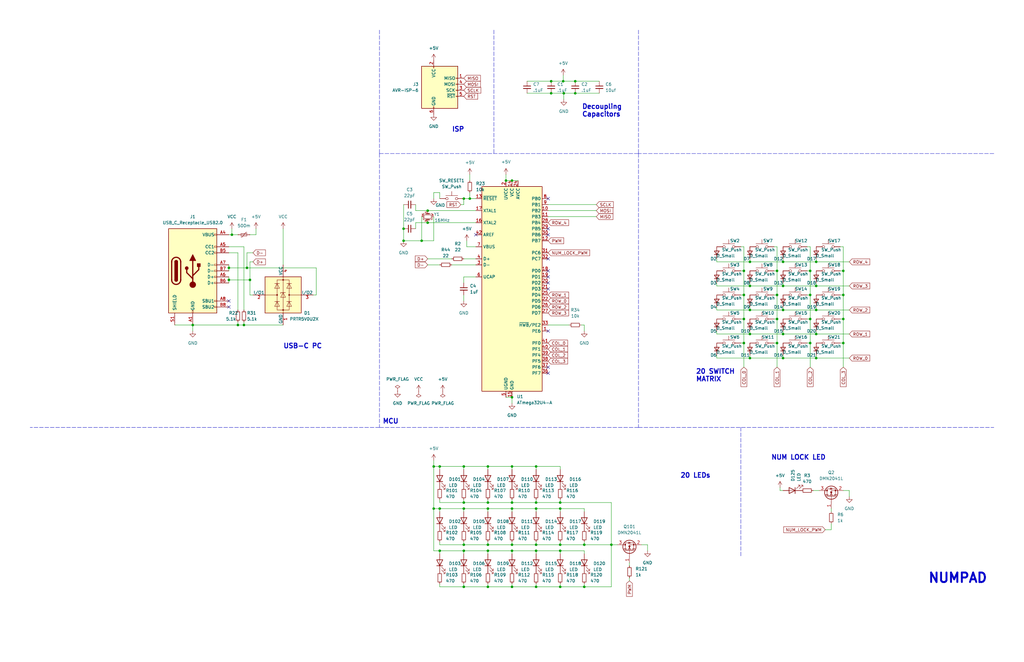
<source format=kicad_sch>
(kicad_sch (version 20211123) (generator eeschema)
  (paper "B")
  (junction (at 170.18 96.52))
  (junction (at 236.22 229.87))
  (junction (at 327.66 124.46))
  (junction (at 327.66 134.62))
  (junction (at 316.23 110.49))
  (junction (at 344.17 110.49))
  (junction (at 327.66 144.78))
  (junction (at 330.2 110.49))
  (junction (at 195.58 212.09))
  (junction (at 226.06 247.65))
  (junction (at 215.9 232.41))
  (junction (at 226.06 229.87))
  (junction (at 313.69 144.78))
  (junction (at 246.38 229.87))
  (junction (at 195.58 196.85))
  (junction (at 195.58 83.82))
  (junction (at 316.23 120.65))
  (junction (at 205.74 247.65))
  (junction (at 177.8 101.6))
  (junction (at 237.744 39.37))
  (junction (at 316.23 151.13))
  (junction (at 81.28 137.16))
  (junction (at 215.9 214.63))
  (junction (at 205.74 214.63))
  (junction (at 257.81 229.87))
  (junction (at 341.63 134.62))
  (junction (at 185.42 232.41))
  (junction (at 195.58 247.65))
  (junction (at 316.23 140.97))
  (junction (at 96.52 118.11))
  (junction (at 246.38 247.65))
  (junction (at 232.41 39.37))
  (junction (at 102.87 137.16))
  (junction (at 313.69 134.62))
  (junction (at 104.14 113.03))
  (junction (at 232.41 34.29))
  (junction (at 182.88 196.85))
  (junction (at 341.63 124.46))
  (junction (at 180.34 93.98))
  (junction (at 341.63 114.3))
  (junction (at 195.58 229.87))
  (junction (at 215.9 229.87))
  (junction (at 226.06 212.09))
  (junction (at 205.74 212.09))
  (junction (at 236.22 232.41))
  (junction (at 185.42 196.85))
  (junction (at 236.22 214.63))
  (junction (at 242.57 34.29))
  (junction (at 185.42 214.63))
  (junction (at 195.58 232.41))
  (junction (at 344.17 130.81))
  (junction (at 215.9 212.09))
  (junction (at 316.23 130.81))
  (junction (at 215.9 196.85))
  (junction (at 205.74 196.85))
  (junction (at 226.06 214.63))
  (junction (at 330.2 140.97))
  (junction (at 236.22 212.09))
  (junction (at 195.58 214.63))
  (junction (at 170.18 101.6))
  (junction (at 330.2 151.13))
  (junction (at 237.49 34.29))
  (junction (at 355.6 124.46))
  (junction (at 105.41 118.11))
  (junction (at 182.88 214.63))
  (junction (at 97.79 99.06))
  (junction (at 355.6 114.3))
  (junction (at 313.69 124.46))
  (junction (at 215.9 167.64))
  (junction (at 313.69 114.3))
  (junction (at 205.74 229.87))
  (junction (at 236.22 247.65))
  (junction (at 226.06 232.41))
  (junction (at 213.36 76.2))
  (junction (at 226.06 196.85))
  (junction (at 180.34 88.9))
  (junction (at 198.12 83.82))
  (junction (at 215.9 76.2))
  (junction (at 96.52 113.03))
  (junction (at 330.2 130.81))
  (junction (at 344.17 151.13))
  (junction (at 100.33 137.16))
  (junction (at 330.2 120.65))
  (junction (at 344.17 120.65))
  (junction (at 355.6 134.62))
  (junction (at 205.74 232.41))
  (junction (at 242.57 39.37))
  (junction (at 355.6 144.78))
  (junction (at 327.66 114.3))
  (junction (at 341.63 144.78))
  (junction (at 344.17 140.97))
  (junction (at 215.9 247.65))
  (no_connect (at 231.14 96.52))
  (no_connect (at 96.52 129.54))
  (no_connect (at 231.14 139.7))
  (no_connect (at 231.14 109.22))
  (no_connect (at 231.14 114.3))
  (no_connect (at 231.14 116.84))
  (no_connect (at 231.14 83.82))
  (no_connect (at 231.14 154.94))
  (no_connect (at 96.52 127))
  (no_connect (at 231.14 99.06))
  (no_connect (at 231.14 121.92))
  (no_connect (at 231.14 119.38))
  (no_connect (at 231.14 157.48))
  (no_connect (at 200.66 99.06))
  (wire (pts (xy 195.58 228.6) (xy 195.58 229.87)))
  (wire (pts (xy 226.06 228.6) (xy 226.06 229.87)))
  (wire (pts (xy 326.39 134.62) (xy 327.66 134.62)))
  (wire (pts (xy 205.74 196.85) (xy 205.74 198.12)))
  (wire (pts (xy 342.9 207.01) (xy 345.44 207.01)))
  (wire (pts (xy 355.6 144.78) (xy 355.6 154.94)))
  (wire (pts (xy 215.9 228.6) (xy 215.9 229.87)))
  (wire (pts (xy 180.34 88.9) (xy 200.66 88.9)))
  (wire (pts (xy 215.9 232.41) (xy 215.9 233.68)))
  (wire (pts (xy 312.42 124.46) (xy 313.69 124.46)))
  (wire (pts (xy 313.69 114.3) (xy 313.69 124.46)))
  (wire (pts (xy 205.74 214.63) (xy 215.9 214.63)))
  (wire (pts (xy 354.33 134.62) (xy 355.6 134.62)))
  (wire (pts (xy 195.58 214.63) (xy 195.58 215.9)))
  (wire (pts (xy 105.41 118.11) (xy 96.52 118.11)))
  (wire (pts (xy 182.88 214.63) (xy 185.42 214.63)))
  (wire (pts (xy 236.22 229.87) (xy 246.38 229.87)))
  (polyline (pts (xy 160.02 180.34) (xy 12.7 180.34)))
  (wire (pts (xy 340.36 124.46) (xy 341.63 124.46)))
  (wire (pts (xy 213.36 167.64) (xy 215.9 167.64)))
  (wire (pts (xy 185.42 196.85) (xy 195.58 196.85)))
  (wire (pts (xy 302.26 139.7) (xy 302.26 140.97)))
  (wire (pts (xy 133.35 113.03) (xy 104.14 113.03)))
  (wire (pts (xy 177.8 91.44) (xy 177.8 101.6)))
  (wire (pts (xy 316.23 109.22) (xy 316.23 110.49)))
  (wire (pts (xy 81.28 139.7) (xy 81.28 137.16)))
  (wire (pts (xy 316.23 140.97) (xy 330.2 140.97)))
  (wire (pts (xy 190.5 111.76) (xy 200.66 111.76)))
  (wire (pts (xy 340.36 144.78) (xy 341.63 144.78)))
  (wire (pts (xy 226.06 196.85) (xy 236.22 196.85)))
  (wire (pts (xy 265.43 243.84) (xy 265.43 245.11)))
  (wire (pts (xy 246.38 232.41) (xy 246.38 233.68)))
  (wire (pts (xy 222.25 34.29) (xy 232.41 34.29)))
  (wire (pts (xy 100.33 106.68) (xy 100.33 130.81)))
  (wire (pts (xy 257.81 212.09) (xy 257.81 229.87)))
  (wire (pts (xy 182.88 194.31) (xy 182.88 196.85)))
  (wire (pts (xy 215.9 167.64) (xy 215.9 170.18)))
  (wire (pts (xy 105.41 124.46) (xy 105.41 118.11)))
  (wire (pts (xy 257.81 229.87) (xy 257.81 247.65)))
  (wire (pts (xy 185.42 232.41) (xy 195.58 232.41)))
  (wire (pts (xy 198.12 83.82) (xy 200.66 83.82)))
  (wire (pts (xy 236.22 212.09) (xy 257.81 212.09)))
  (wire (pts (xy 246.38 228.6) (xy 246.38 229.87)))
  (wire (pts (xy 246.38 214.63) (xy 246.38 215.9)))
  (wire (pts (xy 313.69 104.14) (xy 313.69 114.3)))
  (wire (pts (xy 312.42 134.62) (xy 313.69 134.62)))
  (wire (pts (xy 205.74 246.38) (xy 205.74 247.65)))
  (wire (pts (xy 246.38 137.16) (xy 246.38 139.7)))
  (wire (pts (xy 119.38 137.16) (xy 102.87 137.16)))
  (wire (pts (xy 205.74 212.09) (xy 215.9 212.09)))
  (wire (pts (xy 106.68 106.68) (xy 104.14 106.68)))
  (wire (pts (xy 341.63 114.3) (xy 341.63 124.46)))
  (wire (pts (xy 180.34 111.76) (xy 185.42 111.76)))
  (wire (pts (xy 102.87 135.89) (xy 102.87 137.16)))
  (wire (pts (xy 102.87 104.14) (xy 102.87 130.81)))
  (wire (pts (xy 350.52 215.9) (xy 350.52 214.63)))
  (wire (pts (xy 340.36 114.3) (xy 341.63 114.3)))
  (wire (pts (xy 350.52 223.52) (xy 350.52 220.98)))
  (wire (pts (xy 96.52 118.11) (xy 96.52 119.38)))
  (wire (pts (xy 328.93 207.01) (xy 330.2 207.01)))
  (wire (pts (xy 302.26 110.49) (xy 316.23 110.49)))
  (wire (pts (xy 355.6 124.46) (xy 355.6 134.62)))
  (wire (pts (xy 327.66 124.46) (xy 327.66 134.62)))
  (wire (pts (xy 133.35 124.46) (xy 133.35 113.03)))
  (wire (pts (xy 237.49 34.29) (xy 242.57 34.29)))
  (wire (pts (xy 195.58 124.46) (xy 195.58 127)))
  (wire (pts (xy 236.22 247.65) (xy 246.38 247.65)))
  (wire (pts (xy 185.42 214.63) (xy 185.42 215.9)))
  (wire (pts (xy 302.26 129.54) (xy 302.26 130.81)))
  (wire (pts (xy 195.58 229.87) (xy 205.74 229.87)))
  (polyline (pts (xy 160.02 64.77) (xy 269.24 64.77)))
  (wire (pts (xy 354.33 124.46) (xy 355.6 124.46)))
  (wire (pts (xy 226.06 229.87) (xy 236.22 229.87)))
  (wire (pts (xy 96.52 104.14) (xy 102.87 104.14)))
  (wire (pts (xy 313.69 124.46) (xy 313.69 134.62)))
  (wire (pts (xy 215.9 210.82) (xy 215.9 212.09)))
  (wire (pts (xy 313.69 144.78) (xy 313.69 154.94)))
  (wire (pts (xy 231.14 137.16) (xy 240.03 137.16)))
  (wire (pts (xy 198.12 81.28) (xy 198.12 83.82)))
  (wire (pts (xy 330.2 119.38) (xy 330.2 120.65)))
  (wire (pts (xy 194.31 86.36) (xy 195.58 86.36)))
  (wire (pts (xy 358.14 207.01) (xy 358.14 209.55)))
  (wire (pts (xy 226.06 210.82) (xy 226.06 212.09)))
  (wire (pts (xy 330.2 140.97) (xy 344.17 140.97)))
  (wire (pts (xy 106.68 124.46) (xy 105.41 124.46)))
  (wire (pts (xy 316.23 110.49) (xy 330.2 110.49)))
  (wire (pts (xy 195.58 196.85) (xy 205.74 196.85)))
  (wire (pts (xy 215.9 196.85) (xy 215.9 198.12)))
  (wire (pts (xy 273.05 229.87) (xy 273.05 232.41)))
  (wire (pts (xy 170.18 101.6) (xy 177.8 101.6)))
  (wire (pts (xy 344.17 139.7) (xy 344.17 140.97)))
  (wire (pts (xy 246.38 229.87) (xy 257.81 229.87)))
  (wire (pts (xy 185.42 210.82) (xy 185.42 212.09)))
  (wire (pts (xy 237.744 39.37) (xy 242.57 39.37)))
  (wire (pts (xy 344.17 130.81) (xy 358.14 130.81)))
  (wire (pts (xy 302.26 151.13) (xy 316.23 151.13)))
  (wire (pts (xy 106.68 110.49) (xy 105.41 110.49)))
  (wire (pts (xy 340.36 104.14) (xy 341.63 104.14)))
  (wire (pts (xy 200.66 116.84) (xy 195.58 116.84)))
  (wire (pts (xy 327.66 134.62) (xy 327.66 144.78)))
  (wire (pts (xy 354.33 114.3) (xy 355.6 114.3)))
  (wire (pts (xy 215.9 76.2) (xy 218.44 76.2)))
  (wire (pts (xy 327.66 114.3) (xy 327.66 124.46)))
  (wire (pts (xy 340.36 134.62) (xy 341.63 134.62)))
  (wire (pts (xy 170.18 86.36) (xy 170.18 96.52)))
  (wire (pts (xy 195.58 246.38) (xy 195.58 247.65)))
  (wire (pts (xy 327.66 104.14) (xy 327.66 114.3)))
  (wire (pts (xy 344.17 120.65) (xy 358.14 120.65)))
  (wire (pts (xy 226.06 232.41) (xy 226.06 233.68)))
  (wire (pts (xy 341.63 104.14) (xy 341.63 114.3)))
  (wire (pts (xy 355.6 104.14) (xy 355.6 114.3)))
  (wire (pts (xy 341.63 124.46) (xy 341.63 134.62)))
  (wire (pts (xy 195.58 247.65) (xy 205.74 247.65)))
  (wire (pts (xy 185.42 247.65) (xy 195.58 247.65)))
  (wire (pts (xy 185.42 83.82) (xy 185.42 81.28)))
  (wire (pts (xy 215.9 196.85) (xy 226.06 196.85)))
  (wire (pts (xy 97.79 99.06) (xy 100.33 99.06)))
  (wire (pts (xy 355.6 207.01) (xy 358.14 207.01)))
  (wire (pts (xy 265.43 238.76) (xy 265.43 237.49)))
  (wire (pts (xy 213.36 76.2) (xy 215.9 76.2)))
  (wire (pts (xy 251.46 91.44) (xy 231.14 91.44)))
  (wire (pts (xy 170.18 96.52) (xy 170.18 101.6)))
  (wire (pts (xy 344.17 119.38) (xy 344.17 120.65)))
  (wire (pts (xy 326.39 114.3) (xy 327.66 114.3)))
  (wire (pts (xy 100.33 135.89) (xy 100.33 137.16)))
  (wire (pts (xy 354.33 144.78) (xy 355.6 144.78)))
  (wire (pts (xy 316.23 149.86) (xy 316.23 151.13)))
  (wire (pts (xy 312.42 104.14) (xy 313.69 104.14)))
  (wire (pts (xy 215.9 246.38) (xy 215.9 247.65)))
  (wire (pts (xy 344.17 140.97) (xy 358.14 140.97)))
  (polyline (pts (xy 208.28 12.7) (xy 208.28 64.77)))
  (wire (pts (xy 215.9 247.65) (xy 226.06 247.65)))
  (wire (pts (xy 341.63 144.78) (xy 341.63 154.94)))
  (wire (pts (xy 232.41 34.29) (xy 237.49 34.29)))
  (wire (pts (xy 105.41 110.49) (xy 105.41 118.11)))
  (wire (pts (xy 316.23 129.54) (xy 316.23 130.81)))
  (wire (pts (xy 185.42 214.63) (xy 195.58 214.63)))
  (wire (pts (xy 344.17 151.13) (xy 358.14 151.13)))
  (wire (pts (xy 344.17 109.22) (xy 344.17 110.49)))
  (wire (pts (xy 213.36 73.66) (xy 213.36 76.2)))
  (polyline (pts (xy 160.02 64.77) (xy 160.02 180.34)))
  (wire (pts (xy 107.95 99.06) (xy 105.41 99.06)))
  (wire (pts (xy 180.34 109.22) (xy 190.5 109.22)))
  (wire (pts (xy 185.42 196.85) (xy 185.42 198.12)))
  (wire (pts (xy 354.33 104.14) (xy 355.6 104.14)))
  (wire (pts (xy 237.744 39.37) (xy 237.744 41.91)))
  (wire (pts (xy 205.74 228.6) (xy 205.74 229.87)))
  (wire (pts (xy 236.22 232.41) (xy 236.22 233.68)))
  (wire (pts (xy 175.26 96.52) (xy 175.26 93.98)))
  (wire (pts (xy 242.57 34.29) (xy 252.73 34.29)))
  (wire (pts (xy 330.2 139.7) (xy 330.2 140.97)))
  (polyline (pts (xy 419.1 64.77) (xy 269.24 64.77)))
  (wire (pts (xy 81.28 137.16) (xy 100.33 137.16)))
  (wire (pts (xy 96.52 99.06) (xy 97.79 99.06)))
  (wire (pts (xy 226.06 212.09) (xy 236.22 212.09)))
  (wire (pts (xy 236.22 214.63) (xy 246.38 214.63)))
  (wire (pts (xy 182.88 81.28) (xy 182.88 83.82)))
  (wire (pts (xy 316.23 120.65) (xy 330.2 120.65)))
  (wire (pts (xy 302.26 119.38) (xy 302.26 120.65)))
  (wire (pts (xy 328.93 205.74) (xy 328.93 207.01)))
  (wire (pts (xy 195.58 214.63) (xy 205.74 214.63)))
  (polyline (pts (xy 269.24 12.7) (xy 269.24 64.77)))
  (wire (pts (xy 226.06 214.63) (xy 226.06 215.9)))
  (wire (pts (xy 242.57 39.37) (xy 252.73 39.37)))
  (wire (pts (xy 205.74 196.85) (xy 215.9 196.85)))
  (wire (pts (xy 195.58 86.36) (xy 195.58 83.82)))
  (wire (pts (xy 330.2 110.49) (xy 344.17 110.49)))
  (wire (pts (xy 302.26 109.22) (xy 302.26 110.49)))
  (wire (pts (xy 327.66 144.78) (xy 327.66 154.94)))
  (wire (pts (xy 251.46 88.9) (xy 231.14 88.9)))
  (wire (pts (xy 330.2 120.65) (xy 344.17 120.65)))
  (wire (pts (xy 326.39 104.14) (xy 327.66 104.14)))
  (wire (pts (xy 316.23 139.7) (xy 316.23 140.97)))
  (wire (pts (xy 245.11 137.16) (xy 246.38 137.16)))
  (wire (pts (xy 97.79 96.52) (xy 97.79 99.06)))
  (wire (pts (xy 96.52 111.76) (xy 96.52 113.03)))
  (wire (pts (xy 302.26 149.86) (xy 302.26 151.13)))
  (wire (pts (xy 182.88 232.41) (xy 182.88 214.63)))
  (wire (pts (xy 237.49 31.75) (xy 237.49 34.29)))
  (wire (pts (xy 330.2 149.86) (xy 330.2 151.13)))
  (wire (pts (xy 198.12 73.66) (xy 198.12 76.2)))
  (wire (pts (xy 185.42 232.41) (xy 182.88 232.41)))
  (wire (pts (xy 246.38 247.65) (xy 257.81 247.65)))
  (wire (pts (xy 226.06 232.41) (xy 236.22 232.41)))
  (wire (pts (xy 350.52 223.52) (xy 347.98 223.52)))
  (wire (pts (xy 182.88 214.63) (xy 182.88 196.85)))
  (wire (pts (xy 175.26 93.98) (xy 180.34 93.98)))
  (wire (pts (xy 312.42 144.78) (xy 313.69 144.78)))
  (wire (pts (xy 312.42 114.3) (xy 313.69 114.3)))
  (wire (pts (xy 96.52 116.84) (xy 96.52 118.11)))
  (wire (pts (xy 355.6 114.3) (xy 355.6 124.46)))
  (wire (pts (xy 302.26 120.65) (xy 316.23 120.65)))
  (wire (pts (xy 236.22 214.63) (xy 236.22 215.9)))
  (wire (pts (xy 73.66 137.16) (xy 81.28 137.16)))
  (polyline (pts (xy 269.24 64.77) (xy 269.24 180.34)))
  (wire (pts (xy 195.58 116.84) (xy 195.58 119.38)))
  (wire (pts (xy 195.58 212.09) (xy 205.74 212.09)))
  (wire (pts (xy 196.85 101.6) (xy 196.85 104.14)))
  (wire (pts (xy 205.74 232.41) (xy 215.9 232.41)))
  (wire (pts (xy 313.69 134.62) (xy 313.69 144.78)))
  (wire (pts (xy 177.8 101.6) (xy 182.88 101.6)))
  (wire (pts (xy 195.58 109.22) (xy 200.66 109.22)))
  (polyline (pts (xy 160.02 12.7) (xy 160.02 64.77)))
  (wire (pts (xy 185.42 212.09) (xy 195.58 212.09)))
  (wire (pts (xy 330.2 129.54) (xy 330.2 130.81)))
  (wire (pts (xy 226.06 214.63) (xy 236.22 214.63)))
  (wire (pts (xy 316.23 119.38) (xy 316.23 120.65)))
  (wire (pts (xy 215.9 214.63) (xy 215.9 215.9)))
  (wire (pts (xy 226.06 196.85) (xy 226.06 198.12)))
  (wire (pts (xy 185.42 232.41) (xy 185.42 233.68)))
  (wire (pts (xy 205.74 210.82) (xy 205.74 212.09)))
  (wire (pts (xy 302.26 130.81) (xy 316.23 130.81)))
  (wire (pts (xy 119.38 96.52) (xy 119.38 111.76)))
  (wire (pts (xy 257.81 229.87) (xy 260.35 229.87)))
  (wire (pts (xy 215.9 214.63) (xy 226.06 214.63)))
  (wire (pts (xy 185.42 81.28) (xy 182.88 81.28)))
  (wire (pts (xy 326.39 124.46) (xy 327.66 124.46)))
  (polyline (pts (xy 312.42 180.34) (xy 312.42 234.95)))
  (wire (pts (xy 185.42 229.87) (xy 195.58 229.87)))
  (wire (pts (xy 104.14 106.68) (xy 104.14 113.03)))
  (wire (pts (xy 270.51 229.87) (xy 273.05 229.87)))
  (wire (pts (xy 344.17 129.54) (xy 344.17 130.81)))
  (wire (pts (xy 236.22 232.41) (xy 246.38 232.41)))
  (wire (pts (xy 302.26 140.97) (xy 316.23 140.97)))
  (wire (pts (xy 205.74 247.65) (xy 215.9 247.65)))
  (wire (pts (xy 344.17 110.49) (xy 358.14 110.49)))
  (wire (pts (xy 185.42 246.38) (xy 185.42 247.65)))
  (wire (pts (xy 330.2 151.13) (xy 344.17 151.13)))
  (wire (pts (xy 330.2 130.81) (xy 344.17 130.81)))
  (wire (pts (xy 107.95 96.52) (xy 107.95 99.06)))
  (wire (pts (xy 205.74 232.41) (xy 205.74 233.68)))
  (wire (pts (xy 182.88 91.44) (xy 182.88 101.6)))
  (wire (pts (xy 195.58 196.85) (xy 195.58 198.12)))
  (wire (pts (xy 341.63 134.62) (xy 341.63 144.78)))
  (wire (pts (xy 236.22 196.85) (xy 236.22 198.12)))
  (wire (pts (xy 316.23 130.81) (xy 330.2 130.81)))
  (polyline (pts (xy 269.24 180.34) (xy 419.1 180.34)))
  (wire (pts (xy 330.2 109.22) (xy 330.2 110.49)))
  (wire (pts (xy 185.42 228.6) (xy 185.42 229.87)))
  (wire (pts (xy 205.74 229.87) (xy 215.9 229.87)))
  (wire (pts (xy 205.74 214.63) (xy 205.74 215.9)))
  (wire (pts (xy 215.9 212.09) (xy 226.06 212.09)))
  (wire (pts (xy 96.52 113.03) (xy 96.52 114.3)))
  (wire (pts (xy 182.88 196.85) (xy 185.42 196.85)))
  (wire (pts (xy 236.22 228.6) (xy 236.22 229.87)))
  (wire (pts (xy 226.06 246.38) (xy 226.06 247.65)))
  (wire (pts (xy 232.41 39.37) (xy 237.744 39.37)))
  (wire (pts (xy 200.66 104.14) (xy 196.85 104.14)))
  (wire (pts (xy 236.22 246.38) (xy 236.22 247.65)))
  (wire (pts (xy 175.26 86.36) (xy 175.26 88.9)))
  (wire (pts (xy 355.6 134.62) (xy 355.6 144.78)))
  (polyline (pts (xy 269.24 180.34) (xy 160.02 180.34)))
  (wire (pts (xy 195.58 83.82) (xy 198.12 83.82)))
  (wire (pts (xy 195.58 210.82) (xy 195.58 212.09)))
  (wire (pts (xy 180.34 93.98) (xy 200.66 93.98)))
  (wire (pts (xy 132.08 124.46) (xy 133.35 124.46)))
  (wire (pts (xy 215.9 232.41) (xy 226.06 232.41)))
  (wire (pts (xy 100.33 137.16) (xy 102.87 137.16)))
  (wire (pts (xy 104.14 113.03) (xy 96.52 113.03)))
  (wire (pts (xy 226.06 247.65) (xy 236.22 247.65)))
  (wire (pts (xy 326.39 144.78) (xy 327.66 144.78)))
  (wire (pts (xy 175.26 88.9) (xy 180.34 88.9)))
  (wire (pts (xy 195.58 232.41) (xy 205.74 232.41)))
  (wire (pts (xy 236.22 210.82) (xy 236.22 212.09)))
  (wire (pts (xy 195.58 232.41) (xy 195.58 233.68)))
  (wire (pts (xy 222.25 39.37) (xy 232.41 39.37)))
  (wire (pts (xy 344.17 149.86) (xy 344.17 151.13)))
  (wire (pts (xy 246.38 246.38) (xy 246.38 247.65)))
  (wire (pts (xy 96.52 106.68) (xy 100.33 106.68)))
  (wire (pts (xy 316.23 151.13) (xy 330.2 151.13)))
  (wire (pts (xy 251.46 86.36) (xy 231.14 86.36)))
  (wire (pts (xy 215.9 229.87) (xy 226.06 229.87)))
  (text "20 SWITCH\nMATRIX" (at 293.37 161.29 0) (effects (font (size 2 2) (thickness 0.4) bold) (justify left bottom)))
  (text "USB-C PC" (at 119.38 147.32 0) (effects (font (size 2 2) (thickness 0.4) bold) (justify left bottom)))
  (text "NUM LOCK LED" (at 325.12 194.31 0) (effects (font (size 2 2) (thickness 0.4) bold) (justify left bottom)))
  (text "MCU" (at 161.29 179.07 0) (effects (font (size 2 2) (thickness 0.4) bold) (justify left bottom)))
  (text "20 LEDs" (at 299.72 201.93 180) (effects (font (size 2 2) bold) (justify right bottom)))
  (text "Decoupling\nCapacitors" (at 245.364 49.53 0) (effects (font (size 2 2) bold) (justify left bottom)))
  (text "NUMPAD" (at 391.16 246.38 0) (effects (font (size 4 4) bold) (justify left bottom)))
  (text "ISP" (at 190.5 55.88 0) (effects (font (size 2 2) (thickness 0.4) bold) (justify left bottom)))
  (global_label "PWM" (shape input) (at 231.14 101.6 0) (property "Intersheet References" "${INTERSHEET_REFS}" (effects hide)))
  (global_label "COL_1" (shape input) (at 327.66 154.94 270) (property "Intersheet References" "${INTERSHEET_REFS}" (effects hide)))
  (global_label "COL_2" (shape input) (at 341.63 154.94 270) (property "Intersheet References" "${INTERSHEET_REFS}" (effects hide)))
  (global_label "ROW_2" (shape input) (at 358.14 130.81 0) (property "Intersheet References" "${INTERSHEET_REFS}" (effects hide)))
  (global_label "MISO" (shape input) (at 195.58 33.02 0) (property "Intersheet References" "${INTERSHEET_REFS}" (effects hide)))
  (global_label "ROW_3" (shape input) (at 231.14 132.08 0) (property "Intersheet References" "${INTERSHEET_REFS}" (effects hide)))
  (global_label "D+" (shape input) (at 106.68 110.49 0) (property "Intersheet References" "${INTERSHEET_REFS}" (effects hide)))
  (global_label "COL_0" (shape input) (at 313.69 154.94 270) (property "Intersheet References" "${INTERSHEET_REFS}" (effects hide)))
  (global_label "ROW_1" (shape input) (at 231.14 124.46 0) (property "Intersheet References" "${INTERSHEET_REFS}" (effects hide)))
  (global_label "NUM_LOCK_PWM" (shape input) (at 231.14 106.68 0) (property "Intersheet References" "${INTERSHEET_REFS}" (effects hide)))
  (global_label "ROW_0" (shape input) (at 231.14 127 0) (property "Intersheet References" "${INTERSHEET_REFS}" (effects hide)))
  (global_label "MISO" (shape input) (at 251.46 91.44 0) (property "Intersheet References" "${INTERSHEET_REFS}" (effects hide)))
  (global_label "ROW_4" (shape input) (at 358.14 110.49 0) (property "Intersheet References" "${INTERSHEET_REFS}" (effects hide)))
  (global_label "RST" (shape input) (at 195.58 40.64 0) (property "Intersheet References" "${INTERSHEET_REFS}" (effects hide)))
  (global_label "D-" (shape input) (at 106.68 106.68 0) (property "Intersheet References" "${INTERSHEET_REFS}" (effects hide)))
  (global_label "ROW_2" (shape input) (at 231.14 129.54 0) (property "Intersheet References" "${INTERSHEET_REFS}" (effects hide)))
  (global_label "ROW_0" (shape input) (at 358.14 151.13 0) (property "Intersheet References" "${INTERSHEET_REFS}" (effects hide)))
  (global_label "RST" (shape input) (at 194.31 86.36 180) (property "Intersheet References" "${INTERSHEET_REFS}" (effects hide)))
  (global_label "MOSI" (shape input) (at 251.46 88.9 0) (property "Intersheet References" "${INTERSHEET_REFS}" (effects hide)))
  (global_label "COL_3" (shape input) (at 231.14 152.4 0) (property "Intersheet References" "${INTERSHEET_REFS}" (effects hide)))
  (global_label "SCLK" (shape input) (at 195.58 38.1 0) (property "Intersheet References" "${INTERSHEET_REFS}" (effects hide)))
  (global_label "ROW_3" (shape input) (at 358.14 120.65 0) (property "Intersheet References" "${INTERSHEET_REFS}" (effects hide)))
  (global_label "COL_2" (shape input) (at 231.14 149.86 0) (property "Intersheet References" "${INTERSHEET_REFS}" (effects hide)))
  (global_label "ROW_4" (shape input) (at 231.14 93.98 0) (property "Intersheet References" "${INTERSHEET_REFS}" (effects hide)))
  (global_label "NUM_LOCK_PWM" (shape input) (at 347.98 223.52 180) (property "Intersheet References" "${INTERSHEET_REFS}" (effects hide)))
  (global_label "COL_3" (shape input) (at 355.6 154.94 270) (property "Intersheet References" "${INTERSHEET_REFS}" (effects hide)))
  (global_label "PWM" (shape input) (at 265.43 245.11 270) (property "Intersheet References" "${INTERSHEET_REFS}" (effects hide)))
  (global_label "D+" (shape input) (at 180.34 109.22 180) (property "Intersheet References" "${INTERSHEET_REFS}" (effects hide)))
  (global_label "COL_1" (shape input) (at 231.14 147.32 0) (property "Intersheet References" "${INTERSHEET_REFS}" (effects hide)))
  (global_label "COL_0" (shape input) (at 231.14 144.78 0) (property "Intersheet References" "${INTERSHEET_REFS}" (effects hide)))
  (global_label "MOSI" (shape input) (at 195.58 35.56 0) (property "Intersheet References" "${INTERSHEET_REFS}" (effects hide)))
  (global_label "SCLK" (shape input) (at 251.46 86.36 0) (property "Intersheet References" "${INTERSHEET_REFS}" (effects hide)))
  (global_label "D-" (shape input) (at 180.34 111.76 180) (property "Intersheet References" "${INTERSHEET_REFS}" (effects hide)))
  (global_label "ROW_1" (shape input) (at 358.14 140.97 0) (property "Intersheet References" "${INTERSHEET_REFS}" (effects hide)))
  (symbol (lib_id "Device:LED") (at 185.42 219.71 90) (unit 1)
    (property "Reference" "D102" (at 189.23 220.0274 90) (effects (justify right)))
    (property "Value" "LED" (at 189.23 222.5674 90) (effects (justify right)))
    (property "Footprint" "LED_SMD:LED_PLCC_2835" (effects hide))
  )
  (symbol (lib_id "MCU_Microchip_ATmega:ATmega32U4-A") (at 215.9 121.92 0) (unit 1)
    (property "Reference" "U1" (at 217.9194 167.386 0) (effects (justify left)))
    (property "Value" "ATmega32U4-A" (at 217.9194 169.926 0) (effects (justify left)))
    (property "Footprint" "Package_QFP:TQFP-44_10x10mm_P0.8mm" (effects hide))
    (property "Datasheet" "http://ww1.microchip.com/downloads/en/DeviceDoc/Atmel-7766-8-bit-AVR-ATmega16U4-32U4_Datasheet.pdf" (effects hide))
  )
  (symbol (lib_id "Device:R_Small") (at 195.58 208.28 0) (unit 1)
    (property "Reference" "R104" (at 198.12 207.0099 0) (effects (justify left)))
    (property "Value" "470" (at 198.12 209.5499 0) (effects (justify left)))
    (property "Footprint" "Resistor_SMD:R_0402_1005Metric" (effects hide))
  )
  (symbol (lib_id "Device:R_Small") (at 193.04 109.22 90) (unit 1)
    (property "Reference" "R2" (at 193.04 102.87 90))
    (property "Value" "22" (at 193.04 105.41 90))
    (property "Footprint" "Resistor_SMD:R_0402_1005Metric" (effects hide))
  )
  (symbol (lib_id "Device:D_Small") (at 330.2 137.16 90) (unit 1)
    (property "Reference" "D15" (at 330.2 139.7 90) (effects (justify left)))
    (property "Value" "D_Small" (at 337.82 138.43 90) (effects (justify left)))
    (property "Footprint" "Diode_SMD:D_SOD-123" (effects hide))
  )
  (symbol (lib_id "power:+5V") (at 328.93 205.74 0) (unit 1)
    (property "Reference" "#PWR01" (effects hide))
    (property "Value" "+5V" (at 328.93 200.66 0))
  )
  (symbol (lib_id "power:PWR_FLAG") (at 186.69 165.1 180) (unit 1)
    (property "Reference" "#FLG03" (effects hide))
    (property "Value" "PWR_FLAG" (at 186.69 170.18 0))
  )
  (symbol (lib_id "Device:D_Small") (at 344.17 116.84 90) (unit 1)
    (property "Reference" "D18" (at 344.17 119.38 90) (effects (justify left)))
    (property "Value" "D_Small" (at 351.79 118.11 90) (effects (justify left)))
    (property "Footprint" "Diode_SMD:D_SOD-123" (effects hide))
  )
  (symbol (lib_id "power:+5V") (at 182.88 25.4 0) (unit 1)
    (property "Reference" "#PWR017" (effects hide))
    (property "Value" "+5V" (at 182.88 20.32 0))
  )
  (symbol (lib_id "Device:R_Small") (at 246.38 226.06 0) (unit 1)
    (property "Reference" "R119" (at 248.92 224.7899 0) (effects (justify left)))
    (property "Value" "470" (at 248.92 227.3299 0) (effects (justify left)))
    (property "Footprint" "Resistor_SMD:R_0402_1005Metric" (effects hide))
  )
  (symbol (lib_id "Device:R_Small") (at 185.42 243.84 0) (unit 1)
    (property "Reference" "R103" (at 187.96 242.5699 0) (effects (justify left)))
    (property "Value" "470" (at 187.96 245.1099 0) (effects (justify left)))
    (property "Footprint" "Resistor_SMD:R_0402_1005Metric" (effects hide))
  )
  (symbol (lib_id "Device:R_Small") (at 215.9 208.28 0) (unit 1)
    (property "Reference" "R110" (at 218.44 207.0099 0) (effects (justify left)))
    (property "Value" "470" (at 218.44 209.5499 0) (effects (justify left)))
    (property "Footprint" "Resistor_SMD:R_0402_1005Metric" (effects hide))
  )
  (symbol (lib_id "Device:LED") (at 185.42 237.49 90) (unit 1)
    (property "Reference" "D103" (at 189.23 237.8074 90) (effects (justify right)))
    (property "Value" "LED" (at 189.23 240.3474 90) (effects (justify right)))
    (property "Footprint" "LED_SMD:LED_PLCC_2835" (effects hide))
  )
  (symbol (lib_id "power:GND") (at 182.88 83.82 0) (unit 1)
    (property "Reference" "#PWR011" (effects hide))
    (property "Value" "GND" (at 185.674 86.614 0))
  )
  (symbol (lib_id "Device:R_Small") (at 226.06 243.84 0) (unit 1)
    (property "Reference" "R115" (at 228.6 242.5699 0) (effects (justify left)))
    (property "Value" "470" (at 228.6 245.1099 0) (effects (justify left)))
    (property "Footprint" "Resistor_SMD:R_0402_1005Metric" (effects hide))
  )
  (symbol (lib_id "Switch:SW_Push") (at 335.28 104.14 0) (unit 1)
    (property "Reference" "SW12" (at 337.82 101.6 0))
    (property "Value" "SW_Push" (at 336.55 105.41 0))
    (property "Footprint" "keyswitches.pretty-2:Kailh_socket_PG1350" (effects hide))
  )
  (symbol (lib_id "power:+5V") (at 186.69 165.1 0) (unit 1)
    (property "Reference" "#PWR025" (effects hide))
    (property "Value" "+5V" (at 186.69 160.02 0))
  )
  (symbol (lib_id "Switch:SW_Push") (at 307.34 134.62 0) (unit 1)
    (property "Reference" "SW5" (at 309.88 132.08 0))
    (property "Value" "SW_Push" (at 308.61 135.89 0))
    (property "Footprint" "keyswitches.pretty-2:Kailh_socket_PG1350" (effects hide))
  )
  (symbol (lib_id "Device:R_Small") (at 350.52 218.44 0) (unit 1)
    (property "Reference" "R6" (at 353.06 217.1699 0) (effects (justify left)))
    (property "Value" "1k" (at 353.06 219.7099 0) (effects (justify left)))
    (property "Footprint" "Resistor_SMD:R_0402_1005Metric" (effects hide))
  )
  (symbol (lib_id "Device:D_Small") (at 330.2 127 90) (unit 1)
    (property "Reference" "D14" (at 330.2 129.54 90) (effects (justify left)))
    (property "Value" "D_Small" (at 337.82 128.27 90) (effects (justify left)))
    (property "Footprint" "Diode_SMD:D_SOD-123" (effects hide))
  )
  (symbol (lib_id "power:GND") (at 167.64 165.1 0) (unit 1)
    (property "Reference" "#PWR023" (effects hide))
    (property "Value" "GND" (at 167.64 170.18 0))
  )
  (symbol (lib_id "Device:LED") (at 205.74 201.93 90) (unit 1)
    (property "Reference" "D107" (at 209.55 202.2474 90) (effects (justify right)))
    (property "Value" "LED" (at 209.55 204.7874 90) (effects (justify right)))
    (property "Footprint" "LED_SMD:LED_PLCC_2835" (effects hide))
  )
  (symbol (lib_id "power:GND") (at 170.18 101.6 0) (unit 1)
    (property "Reference" "#PWR08" (effects hide))
    (property "Value" "GND" (at 170.18 106.68 0))
  )
  (symbol (lib_id "Switch:SW_Push") (at 349.25 124.46 0) (unit 1)
    (property "Reference" "SW19" (at 351.79 121.92 0))
    (property "Value" "SW_Push" (at 350.52 125.73 0))
    (property "Footprint" "keyswitches.pretty-2:Kailh_socket_PG1350" (effects hide))
  )
  (symbol (lib_id "Device:LED") (at 205.74 219.71 90) (unit 1)
    (property "Reference" "D108" (at 209.55 220.0274 90) (effects (justify right)))
    (property "Value" "LED" (at 209.55 222.5674 90) (effects (justify right)))
    (property "Footprint" "LED_SMD:LED_PLCC_2835" (effects hide))
  )
  (symbol (lib_id "Power_Protection:PRTR5V0U2X") (at 119.38 124.46 0) (unit 1)
    (property "Reference" "D1" (at 129.54 132.08 0))
    (property "Value" "PRTR5V0U2X" (at 128.27 134.62 0))
    (property "Footprint" "Package_TO_SOT_SMD:SOT-143" (effects hide))
    (property "Datasheet" "https://assets.nexperia.com/documents/data-sheet/PRTR5V0U2X.pdf" (effects hide))
  )
  (symbol (lib_id "Device:D_Small") (at 302.26 147.32 90) (unit 1)
    (property "Reference" "D6" (at 302.26 149.86 90) (effects (justify left)))
    (property "Value" "D_Small" (at 309.88 148.59 90) (effects (justify left)))
    (property "Footprint" "Diode_SMD:D_SOD-123" (effects hide))
  )
  (symbol (lib_id "Device:R_Small") (at 236.22 243.84 0) (unit 1)
    (property "Reference" "R118" (at 238.76 242.5699 0) (effects (justify left)))
    (property "Value" "470" (at 238.76 245.1099 0) (effects (justify left)))
    (property "Footprint" "Resistor_SMD:R_0402_1005Metric" (effects hide))
  )
  (symbol (lib_id "Switch:SW_Push") (at 307.34 144.78 0) (unit 1)
    (property "Reference" "SW6" (at 309.88 142.24 0))
    (property "Value" "SW_Push" (at 308.61 146.05 0))
    (property "Footprint" "keyswitches.pretty-2:Kailh_socket_PG1350" (effects hide))
  )
  (symbol (lib_id "Device:R_Small") (at 340.36 207.01 90) (unit 1)
    (property "Reference" "R3" (at 340.36 200.66 90))
    (property "Value" "470" (at 340.36 203.2 90))
    (property "Footprint" "Resistor_SMD:R_0402_1005Metric" (effects hide))
  )
  (symbol (lib_id "Switch:SW_Push") (at 307.34 104.14 0) (unit 1)
    (property "Reference" "SW2" (at 309.88 101.6 0))
    (property "Value" "SW_Push" (at 308.61 105.41 0))
    (property "Footprint" "keyswitches.pretty-2:Kailh_socket_PG1350" (effects hide))
  )
  (symbol (lib_id "power:PWR_FLAG") (at 176.53 165.1 180) (unit 1)
    (property "Reference" "#FLG02" (effects hide))
    (property "Value" "PWR_FLAG" (at 176.53 170.18 0))
  )
  (symbol (lib_id "Switch:SW_Push") (at 335.28 134.62 0) (unit 1)
    (property "Reference" "SW15" (at 337.82 132.08 0))
    (property "Value" "SW_Push" (at 336.55 135.89 0))
    (property "Footprint" "keyswitches.pretty-2:Kailh_socket_PG1350" (effects hide))
  )
  (symbol (lib_id "Device:D_Small") (at 302.26 116.84 90) (unit 1)
    (property "Reference" "D3" (at 302.26 119.38 90) (effects (justify left)))
    (property "Value" "D_Small" (at 309.88 118.11 90) (effects (justify left)))
    (property "Footprint" "Diode_SMD:D_SOD-123" (effects hide))
  )
  (symbol (lib_id "Device:R_Small") (at 205.74 226.06 0) (unit 1)
    (property "Reference" "R108" (at 208.28 224.7899 0) (effects (justify left)))
    (property "Value" "470" (at 208.28 227.3299 0) (effects (justify left)))
    (property "Footprint" "Resistor_SMD:R_0402_1005Metric" (effects hide))
  )
  (symbol (lib_id "Switch:SW_Push") (at 335.28 124.46 0) (unit 1)
    (property "Reference" "SW14" (at 337.82 121.92 0))
    (property "Value" "SW_Push" (at 336.55 125.73 0))
    (property "Footprint" "keyswitches.pretty-2:Kailh_socket_PG1350" (effects hide))
  )
  (symbol (lib_id "Device:D_Small") (at 344.17 127 90) (unit 1)
    (property "Reference" "D19" (at 344.17 129.54 90) (effects (justify left)))
    (property "Value" "D_Small" (at 351.79 128.27 90) (effects (justify left)))
    (property "Footprint" "Diode_SMD:D_SOD-123" (effects hide))
  )
  (symbol (lib_id "Device:D_Small") (at 330.2 116.84 90) (unit 1)
    (property "Reference" "D13" (at 330.2 119.38 90) (effects (justify left)))
    (property "Value" "D_Small" (at 337.82 118.11 90) (effects (justify left)))
    (property "Footprint" "Diode_SMD:D_SOD-123" (effects hide))
  )
  (symbol (lib_id "power:+5V") (at 198.12 73.66 0) (unit 1)
    (property "Reference" "#PWR014" (effects hide))
    (property "Value" "+5V" (at 198.12 68.58 0))
  )
  (symbol (lib_id "Device:R_Small") (at 236.22 208.28 0) (unit 1)
    (property "Reference" "R116" (at 238.76 207.0099 0) (effects (justify left)))
    (property "Value" "470" (at 238.76 209.5499 0) (effects (justify left)))
    (property "Footprint" "Resistor_SMD:R_0402_1005Metric" (effects hide))
  )
  (symbol (lib_id "power:GND") (at 246.38 139.7 0) (unit 1)
    (property "Reference" "#PWR019" (effects hide))
    (property "Value" "GND" (at 246.38 144.78 0))
  )
  (symbol (lib_id "Device:LED") (at 226.06 201.93 90) (unit 1)
    (property "Reference" "D113" (at 229.87 202.2474 90) (effects (justify right)))
    (property "Value" "LED" (at 229.87 204.7874 90) (effects (justify right)))
    (property "Footprint" "LED_SMD:LED_PLCC_2835" (effects hide))
  )
  (symbol (lib_id "Device:LED") (at 226.06 237.49 90) (unit 1)
    (property "Reference" "D115" (at 229.87 237.8074 90) (effects (justify right)))
    (property "Value" "LED" (at 229.87 240.3474 90) (effects (justify right)))
    (property "Footprint" "LED_SMD:LED_PLCC_2835" (effects hide))
  )
  (symbol (lib_id "power:+5V") (at 213.36 73.66 0) (unit 1)
    (property "Reference" "#PWR015" (effects hide))
    (property "Value" "+5V" (at 213.36 68.326 0))
  )
  (symbol (lib_id "Device:R_Small") (at 265.43 241.3 0) (unit 1)
    (property "Reference" "R121" (at 267.97 240.0299 0) (effects (justify left)))
    (property "Value" "1k" (at 267.97 242.5699 0) (effects (justify left)))
    (property "Footprint" "Resistor_SMD:R_0402_1005Metric" (effects hide))
  )
  (symbol (lib_id "Switch:SW_Push") (at 349.25 114.3 0) (unit 1)
    (property "Reference" "SW18" (at 351.79 111.76 0))
    (property "Value" "SW_Push" (at 350.52 115.57 0))
    (property "Footprint" "keyswitches.pretty-2:Kailh_socket_PG1350" (effects hide))
  )
  (symbol (lib_id "power:GND") (at 358.14 209.55 0) (unit 1)
    (property "Reference" "#PWR02" (effects hide))
    (property "Value" "GND" (at 358.14 214.63 0))
  )
  (symbol (lib_id "Device:R_Small") (at 100.33 133.35 0) (unit 1)
    (property "Reference" "R22" (at 96.52 132.08 0) (effects (justify left)))
    (property "Value" "5.1k" (at 95.25 134.62 0) (effects (justify left)))
    (property "Footprint" "Resistor_SMD:R_0402_1005Metric" (effects hide))
  )
  (symbol (lib_id "power:GND") (at 273.05 232.41 0) (unit 1)
    (property "Reference" "#PWR0102" (effects hide))
    (property "Value" "GND" (at 273.05 237.49 0))
  )
  (symbol (lib_id "power:VCC") (at 176.53 165.1 0) (unit 1)
    (property "Reference" "#PWR024" (effects hide))
    (property "Value" "VCC" (at 176.53 160.02 0))
  )
  (symbol (lib_id "Device:C_Small") (at 232.41 36.83 0) (unit 1)
    (property "Reference" "C1" (at 234.95 35.5662 0) (effects (justify left)))
    (property "Value" ".1uF" (at 234.95 38.1062 0) (effects (justify left)))
    (property "Footprint" "Capacitor_SMD:C_0402_1005Metric" (effects hide))
  )
  (symbol (lib_id "Device:R_Small") (at 198.12 78.74 0) (unit 1)
    (property "Reference" "R23" (at 200.66 77.4699 0) (effects (justify left)))
    (property "Value" "10k" (at 200.66 80.0099 0) (effects (justify left)))
    (property "Footprint" "Resistor_SMD:R_0402_1005Metric" (effects hide))
  )
  (symbol (lib_id "Device:R_Small") (at 215.9 226.06 0) (unit 1)
    (property "Reference" "R111" (at 218.44 224.7899 0) (effects (justify left)))
    (property "Value" "470" (at 218.44 227.3299 0) (effects (justify left)))
    (property "Footprint" "Resistor_SMD:R_0402_1005Metric" (effects hide))
  )
  (symbol (lib_id "power:+5V") (at 237.49 31.75 0) (unit 1)
    (property "Reference" "#PWR09" (effects hide))
    (property "Value" "+5V" (at 237.49 26.67 0))
  )
  (symbol (lib_id "Device:LED") (at 334.01 207.01 180) (unit 1)
    (property "Reference" "D125" (at 334.3274 203.2 90) (effects (justify right)))
    (property "Value" "LED" (at 336.8674 203.2 90) (effects (justify right)))
    (property "Footprint" "LED_SMD:LED_PLCC_2835" (effects hide))
  )
  (symbol (lib_id "power:PWR_FLAG") (at 167.64 165.1 0) (unit 1)
    (property "Reference" "#FLG01" (effects hide))
    (property "Value" "PWR_FLAG" (at 167.64 160.02 0))
  )
  (symbol (lib_id "Switch:SW_Push") (at 307.34 114.3 0) (unit 1)
    (property "Reference" "SW3" (at 309.88 111.76 0))
    (property "Value" "SW_Push" (at 308.61 115.57 0))
    (property "Footprint" "keyswitches.pretty-2:Kailh_socket_PG1350" (effects hide))
  )
  (symbol (lib_id "Device:D_Small") (at 316.23 147.32 90) (unit 1)
    (property "Reference" "D11" (at 316.23 149.86 90) (effects (justify left)))
    (property "Value" "D_Small" (at 323.85 148.59 90) (effects (justify left)))
    (property "Footprint" "Diode_SMD:D_SOD-123" (effects hide))
  )
  (symbol (lib_id "Device:C_Small") (at 242.57 36.83 0) (unit 1)
    (property "Reference" "C2" (at 245.11 35.5662 0) (effects (justify left)))
    (property "Value" ".1uF" (at 245.11 38.1062 0) (effects (justify left)))
    (property "Footprint" "Capacitor_SMD:C_0402_1005Metric" (effects hide))
  )
  (symbol (lib_id "Device:LED") (at 215.9 201.93 90) (unit 1)
    (property "Reference" "D110" (at 219.71 202.2474 90) (effects (justify right)))
    (property "Value" "LED" (at 219.71 204.7874 90) (effects (justify right)))
    (property "Footprint" "LED_SMD:LED_PLCC_2835" (effects hide))
  )
  (symbol (lib_id "Device:D_Small") (at 344.17 137.16 90) (unit 1)
    (property "Reference" "D20" (at 344.17 139.7 90) (effects (justify left)))
    (property "Value" "D_Small" (at 351.79 138.43 90) (effects (justify left)))
    (property "Footprint" "Diode_SMD:D_SOD-123" (effects hide))
  )
  (symbol (lib_id "Device:LED") (at 195.58 237.49 90) (unit 1)
    (property "Reference" "D106" (at 199.39 237.8074 90) (effects (justify right)))
    (property "Value" "LED" (at 199.39 240.3474 90) (effects (justify right)))
    (property "Footprint" "LED_SMD:LED_PLCC_2835" (effects hide))
  )
  (symbol (lib_id "Device:Crystal_GND24_Small") (at 180.34 91.44 270) (unit 1)
    (property "Reference" "Y1" (at 184.15 90.424 90))
    (property "Value" "16MHz" (at 186.436 92.964 90))
    (property "Footprint" "Crystal:Crystal_SMD_3225-4Pin_3.2x2.5mm" (effects hide))
  )
  (symbol (lib_id "Device:D_Small") (at 344.17 106.68 90) (unit 1)
    (property "Reference" "D17" (at 344.17 109.22 90) (effects (justify left)))
    (property "Value" "D_Small" (at 351.79 107.95 90) (effects (justify left)))
    (property "Footprint" "Diode_SMD:D_SOD-123" (effects hide))
  )
  (symbol (lib_id "Device:R_Small") (at 236.22 226.06 0) (unit 1)
    (property "Reference" "R117" (at 238.76 224.7899 0) (effects (justify left)))
    (property "Value" "470" (at 238.76 227.3299 0) (effects (justify left)))
    (property "Footprint" "Resistor_SMD:R_0402_1005Metric" (effects hide))
  )
  (symbol (lib_id "Device:R_Small") (at 226.06 226.06 0) (unit 1)
    (property "Reference" "R114" (at 228.6 224.7899 0) (effects (justify left)))
    (property "Value" "470" (at 228.6 227.3299 0) (effects (justify left)))
    (property "Footprint" "Resistor_SMD:R_0402_1005Metric" (effects hide))
  )
  (symbol (lib_id "Transistor_FET:DMN2041L") (at 265.43 232.41 90) (unit 1)
    (property "Reference" "Q101" (at 265.43 222.25 90))
    (property "Value" "DMN2041L" (at 265.43 224.79 90))
    (property "Footprint" "Package_TO_SOT_SMD:SOT-23" (effects hide))
    (property "Datasheet" "https://www.diodes.com/assets/Datasheets/products_inactive_data/DMN2041L.pdf" (effects hide))
  )
  (symbol (lib_id "Switch:SW_Push") (at 335.28 144.78 0) (unit 1)
    (property "Reference" "SW16" (at 337.82 142.24 0))
    (property "Value" "SW_Push" (at 336.55 146.05 0))
    (property "Footprint" "keyswitches.pretty-2:Kailh_socket_PG1350" (effects hide))
  )
  (symbol (lib_id "Device:R_Small") (at 185.42 208.28 0) (unit 1)
    (property "Reference" "R101" (at 187.96 207.0099 0) (effects (justify left)))
    (property "Value" "470" (at 187.96 209.5499 0) (effects (justify left)))
    (property "Footprint" "Resistor_SMD:R_0402_1005Metric" (effects hide))
  )
  (symbol (lib_id "Switch:SW_Push") (at 190.5 83.82 0) (unit 1)
    (property "Reference" "SW_RESET1" (at 190.5 76.2 0))
    (property "Value" "SW_Push" (at 190.5 78.74 0))
    (property "Footprint" "Button_Switch_SMD:SW_SPST_SKQG_WithStem" (effects hide))
  )
  (symbol (lib_id "power:+5V") (at 107.95 96.52 0) (unit 1)
    (property "Reference" "#PWR05" (effects hide))
    (property "Value" "+5V" (at 107.95 91.44 0))
  )
  (symbol (lib_id "Connector:USB_C_Receptacle_USB2.0") (at 81.28 114.3 0) (unit 1)
    (property "Reference" "J1" (at 81.28 91.44 0))
    (property "Value" "USB_C_Receptacle_USB2.0" (at 81.28 93.98 0))
    (property "Footprint" "Connector_USB:USB_C_Receptacle_HRO_TYPE-C-31-M-12" (effects hide))
    (property "Datasheet" "https://www.usb.org/sites/default/files/documents/usb_type-c.zip" (effects hide))
  )
  (symbol (lib_id "Device:LED") (at 236.22 219.71 90) (unit 1)
    (property "Reference" "D117" (at 240.03 220.0274 90) (effects (justify right)))
    (property "Value" "LED" (at 240.03 222.5674 90) (effects (justify right)))
    (property "Footprint" "LED_SMD:LED_PLCC_2835" (effects hide))
  )
  (symbol (lib_id "Device:R_Small") (at 102.87 133.35 0) (unit 1)
    (property "Reference" "R31" (at 104.14 132.08 0) (effects (justify left)))
    (property "Value" "5.1k" (at 104.14 134.62 0) (effects (justify left)))
    (property "Footprint" "Resistor_SMD:R_0402_1005Metric" (effects hide))
  )
  (symbol (lib_id "Device:R_Small") (at 215.9 243.84 0) (unit 1)
    (property "Reference" "R112" (at 218.44 242.5699 0) (effects (justify left)))
    (property "Value" "470" (at 218.44 245.1099 0) (effects (justify left)))
    (property "Footprint" "Resistor_SMD:R_0402_1005Metric" (effects hide))
  )
  (symbol (lib_id "Device:D_Small") (at 302.26 106.68 90) (unit 1)
    (property "Reference" "D2" (at 302.26 109.22 90) (effects (justify left)))
    (property "Value" "D_Small" (at 309.88 107.95 90) (effects (justify left)))
    (property "Footprint" "Diode_SMD:D_SOD-123" (effects hide))
  )
  (symbol (lib_id "Device:D_Small") (at 330.2 147.32 90) (unit 1)
    (property "Reference" "D16" (at 330.2 149.86 90) (effects (justify left)))
    (property "Value" "D_Small" (at 337.82 148.59 90) (effects (justify left)))
    (property "Footprint" "Diode_SMD:D_SOD-123" (effects hide))
  )
  (symbol (lib_id "Transistor_FET:DMN2041L") (at 350.52 209.55 90) (unit 1)
    (property "Reference" "Q2" (at 350.52 199.39 90))
    (property "Value" "DMN2041L" (at 350.52 201.93 90))
    (property "Footprint" "Package_TO_SOT_SMD:SOT-23" (effects hide))
    (property "Datasheet" "https://www.diodes.com/assets/Datasheets/products_inactive_data/DMN2041L.pdf" (effects hide))
  )
  (symbol (lib_id "Device:LED") (at 215.9 219.71 90) (unit 1)
    (property "Reference" "D111" (at 219.71 220.0274 90) (effects (justify right)))
    (property "Value" "LED" (at 219.71 222.5674 90) (effects (justify right)))
    (property "Footprint" "LED_SMD:LED_PLCC_2835" (effects hide))
  )
  (symbol (lib_id "Device:D_Small") (at 302.26 137.16 90) (unit 1)
    (property "Reference" "D5" (at 302.26 139.7 90) (effects (justify left)))
    (property "Value" "D_Small" (at 309.88 138.43 90) (effects (justify left)))
    (property "Footprint" "Diode_SMD:D_SOD-123" (effects hide))
  )
  (symbol (lib_id "Device:R_Small") (at 242.57 137.16 90) (unit 1)
    (property "Reference" "R34" (at 242.57 130.81 90))
    (property "Value" "10k" (at 242.57 133.35 90))
    (property "Footprint" "Resistor_SMD:R_0402_1005Metric" (effects hide))
  )
  (symbol (lib_id "Device:LED") (at 205.74 237.49 90) (unit 1)
    (property "Reference" "D109" (at 209.55 237.8074 90) (effects (justify right)))
    (property "Value" "LED" (at 209.55 240.3474 90) (effects (justify right)))
    (property "Footprint" "LED_SMD:LED_PLCC_2835" (effects hide))
  )
  (symbol (lib_id "Device:C_Small") (at 172.72 86.36 90) (unit 1)
    (property "Reference" "C3" (at 172.7263 80.01 90))
    (property "Value" "22pF" (at 172.7263 82.55 90))
    (property "Footprint" "Capacitor_SMD:C_0402_1005Metric" (effects hide))
  )
  (symbol (lib_id "Device:R_Small") (at 195.58 226.06 0) (unit 1)
    (property "Reference" "R105" (at 198.12 224.7899 0) (effects (justify left)))
    (property "Value" "470" (at 198.12 227.3299 0) (effects (justify left)))
    (property "Footprint" "Resistor_SMD:R_0402_1005Metric" (effects hide))
  )
  (symbol (lib_id "Device:D_Small") (at 302.26 127 90) (unit 1)
    (property "Reference" "D4" (at 302.26 129.54 90) (effects (justify left)))
    (property "Value" "D_Small" (at 309.88 128.27 90) (effects (justify left)))
    (property "Footprint" "Diode_SMD:D_SOD-123" (effects hide))
  )
  (symbol (lib_id "power:VCC") (at 119.38 96.52 0) (unit 1)
    (property "Reference" "#PWR07" (effects hide))
    (property "Value" "VCC" (at 119.38 91.44 0))
  )
  (symbol (lib_id "Device:R_Small") (at 226.06 208.28 0) (unit 1)
    (property "Reference" "R113" (at 228.6 207.0099 0) (effects (justify left)))
    (property "Value" "470" (at 228.6 209.5499 0) (effects (justify left)))
    (property "Footprint" "Resistor_SMD:R_0402_1005Metric" (effects hide))
  )
  (symbol (lib_id "Switch:SW_Push") (at 349.25 104.14 0) (unit 1)
    (property "Reference" "SW17" (at 351.79 101.6 0))
    (property "Value" "SW_Push" (at 350.52 105.41 0))
    (property "Footprint" "keyswitches.pretty-2:Kailh_socket_PG1350" (effects hide))
  )
  (symbol (lib_id "Device:LED") (at 195.58 201.93 90) (unit 1)
    (property "Reference" "D104" (at 199.39 202.2474 90) (effects (justify right)))
    (property "Value" "LED" (at 199.39 204.7874 90) (effects (justify right)))
    (property "Footprint" "LED_SMD:LED_PLCC_2835" (effects hide))
  )
  (symbol (lib_id "power:GND") (at 81.28 139.7 0) (unit 1)
    (property "Reference" "#PWR03" (effects hide))
    (property "Value" "GND" (at 81.28 144.78 0))
  )
  (symbol (lib_id "Device:Polyfuse_Small") (at 102.87 99.06 90) (unit 1)
    (property "Reference" "F1" (at 102.87 92.71 90))
    (property "Value" "500m" (at 102.87 95.25 90))
    (property "Footprint" "Keebio-Parts:Fuse_0805" (effects hide))
  )
  (symbol (lib_id "Device:LED") (at 236.22 237.49 90) (unit 1)
    (property "Reference" "D118" (at 240.03 237.8074 90) (effects (justify right)))
    (property "Value" "LED" (at 240.03 240.3474 90) (effects (justify right)))
    (property "Footprint" "LED_SMD:LED_PLCC_2835" (effects hide))
  )
  (symbol (lib_id "Device:R_Small") (at 185.42 226.06 0) (unit 1)
    (property "Reference" "R102" (at 187.96 224.7899 0) (effects (justify left)))
    (property "Value" "470" (at 187.96 227.3299 0) (effects (justify left)))
    (property "Footprint" "Resistor_SMD:R_0402_1005Metric" (effects hide))
  )
  (symbol (lib_id "Device:C_Small") (at 195.58 121.92 0) (unit 1)
    (property "Reference" "C4" (at 198.12 120.6562 0) (effects (justify left)))
    (property "Value" "1uF" (at 198.12 123.1962 0) (effects (justify left)))
    (property "Footprint" "Capacitor_SMD:C_0402_1005Metric" (effects hide))
  )
  (symbol (lib_id "Device:R_Small") (at 246.38 243.84 0) (unit 1)
    (property "Reference" "R120" (at 248.92 242.5699 0) (effects (justify left)))
    (property "Value" "470" (at 248.92 245.1099 0) (effects (justify left)))
    (property "Footprint" "Resistor_SMD:R_0402_1005Metric" (effects hide))
  )
  (symbol (lib_id "Device:D_Small") (at 344.17 147.32 90) (unit 1)
    (property "Reference" "D21" (at 344.17 149.86 90) (effects (justify left)))
    (property "Value" "D_Small" (at 351.79 148.59 90) (effects (justify left)))
    (property "Footprint" "Diode_SMD:D_SOD-123" (effects hide))
  )
  (symbol (lib_id "Device:D_Small") (at 316.23 116.84 90) (unit 1)
    (property "Reference" "D8" (at 316.23 119.38 90) (effects (justify left)))
    (property "Value" "D_Small" (at 323.85 118.11 90) (effects (justify left)))
    (property "Footprint" "Diode_SMD:D_SOD-123" (effects hide))
  )
  (symbol (lib_id "Device:LED") (at 236.22 201.93 90) (unit 1)
    (property "Reference" "D116" (at 240.03 202.2474 90) (effects (justify right)))
    (property "Value" "LED" (at 240.03 204.7874 90) (effects (justify right)))
    (property "Footprint" "LED_SMD:LED_PLCC_2835" (effects hide))
  )
  (symbol (lib_id "Switch:SW_Push") (at 307.34 124.46 0) (unit 1)
    (property "Reference" "SW4" (at 309.88 121.92 0))
    (property "Value" "SW_Push" (at 308.61 125.73 0))
    (property "Footprint" "keyswitches.pretty-2:Kailh_socket_PG1350" (effects hide))
  )
  (symbol (lib_id "power:GND") (at 182.88 48.26 0) (unit 1)
    (property "Reference" "#PWR018" (effects hide))
    (property "Value" "GND" (at 182.88 53.34 0))
  )
  (symbol (lib_id "Switch:SW_Push") (at 349.25 144.78 0) (unit 1)
    (property "Reference" "SW21" (at 351.79 142.24 0))
    (property "Value" "SW_Push" (at 350.52 146.05 0))
    (property "Footprint" "keyswitches.pretty-2:Kailh_socket_PG1350" (effects hide))
  )
  (symbol (lib_id "Device:R_Small") (at 187.96 111.76 90) (unit 1)
    (property "Reference" "R44" (at 187.96 105.41 90))
    (property "Value" "22" (at 187.96 107.95 90))
    (property "Footprint" "Resistor_SMD:R_0402_1005Metric" (effects hide))
  )
  (symbol (lib_id "power:GND") (at 215.9 170.18 0) (unit 1)
    (property "Reference" "#PWR016" (effects hide))
    (property "Value" "GND" (at 215.9 175.26 0))
  )
  (symbol (lib_id "Device:LED") (at 195.58 219.71 90) (unit 1)
    (property "Reference" "D105" (at 199.39 220.0274 90) (effects (justify right)))
    (property "Value" "LED" (at 199.39 222.5674 90) (effects (justify right)))
    (property "Footprint" "LED_SMD:LED_PLCC_2835" (effects hide))
  )
  (symbol (lib_id "Device:C_Small") (at 172.72 96.52 270) (unit 1)
    (property "Reference" "C5" (at 172.7136 90.17 90))
    (property "Value" "22pF" (at 172.7136 92.71 90))
    (property "Footprint" "Capacitor_SMD:C_0402_1005Metric" (effects hide))
  )
  (symbol (lib_id "Device:LED") (at 226.06 219.71 90) (unit 1)
    (property "Reference" "D114" (at 229.87 220.0274 90) (effects (justify right)))
    (property "Value" "LED" (at 229.87 222.5674 90) (effects (justify right)))
    (property "Footprint" "LED_SMD:LED_PLCC_2835" (effects hide))
  )
  (symbol (lib_id "Device:R_Small") (at 195.58 243.84 0) (unit 1)
    (property "Reference" "R106" (at 198.12 242.5699 0) (effects (justify left)))
    (property "Value" "470" (at 198.12 245.1099 0) (effects (justify left)))
    (property "Footprint" "Resistor_SMD:R_0402_1005Metric" (effects hide))
  )
  (symbol (lib_id "Device:D_Small") (at 316.23 137.16 90) (unit 1)
    (property "Reference" "D10" (at 316.23 139.7 90) (effects (justify left)))
    (property "Value" "D_Small" (at 323.85 138.43 90) (effects (justify left)))
    (property "Footprint" "Diode_SMD:D_SOD-123" (effects hide))
  )
  (symbol (lib_id "Switch:SW_Push") (at 349.25 134.62 0) (unit 1)
    (property "Reference" "SW20" (at 351.79 132.08 0))
    (property "Value" "SW_Push" (at 350.52 135.89 0))
    (property "Footprint" "keyswitches.pretty-2:Kailh_socket_PG1350" (effects hide))
  )
  (symbol (lib_id "Switch:SW_Push") (at 321.31 134.62 0) (unit 1)
    (property "Reference" "SW10" (at 323.85 132.08 0))
    (property "Value" "SW_Push" (at 322.58 135.89 0))
    (property "Footprint" "keyswitches.pretty-2:Kailh_socket_PG1350" (effects hide))
  )
  (symbol (lib_id "Device:C_Small") (at 252.73 36.83 0) (unit 1)
    (property "Reference" "C6" (at 255.27 35.5662 0) (effects (justify left)))
    (property "Value" "10uf" (at 255.27 38.1062 0) (effects (justify left)))
    (property "Footprint" "Capacitor_SMD:C_0402_1005Metric" (effects hide))
  )
  (symbol (lib_id "Switch:SW_Push") (at 321.31 104.14 0) (unit 1)
    (property "Reference" "SW7" (at 323.85 101.6 0))
    (property "Value" "SW_Push" (at 322.58 105.41 0))
    (property "Footprint" "keyswitches.pretty-2:Kailh_socket_PG1350" (effects hide))
  )
  (symbol (lib_id "power:GND") (at 195.58 127 0) (unit 1)
    (property "Reference" "#PWR012" (effects hide))
    (property "Value" "GND" (at 195.58 132.08 0))
  )
  (symbol (lib_id "Device:R_Small") (at 205.74 208.28 0) (unit 1)
    (property "Reference" "R107" (at 208.28 207.0099 0) (effects (justify left)))
    (property "Value" "470" (at 208.28 209.5499 0) (effects (justify left)))
    (property "Footprint" "Resistor_SMD:R_0402_1005Metric" (effects hide))
  )
  (symbol (lib_id "Device:LED") (at 185.42 201.93 90) (unit 1)
    (property "Reference" "D101" (at 189.23 202.2474 90) (effects (justify right)))
    (property "Value" "LED" (at 189.23 204.7874 90) (effects (justify right)))
    (property "Footprint" "LED_SMD:LED_PLCC_2835" (effects hide))
  )
  (symbol (lib_id "Connector:AVR-ISP-6") (at 185.42 38.1 0) (unit 1)
    (property "Reference" "J3" (at 176.53 35.5599 0) (effects (justify right)))
    (property "Value" "AVR-ISP-6" (at 176.53 38.0999 0) (effects (justify right)))
    (property "Footprint" "Keebio-Parts:ICSP_1.27mm" (effects hide))
    (property "Datasheet" " ~" (effects hide))
  )
  (symbol (lib_id "power:GND") (at 237.744 41.91 0) (unit 1)
    (property "Reference" "#PWR010" (effects hide))
    (property "Value" "GND" (at 237.744 46.99 0))
  )
  (symbol (lib_id "Device:LED") (at 246.38 219.71 90) (unit 1)
    (property "Reference" "D119" (at 250.19 220.0274 90) (effects (justify right)))
    (property "Value" "LED" (at 250.19 222.5674 90) (effects (justify right)))
    (property "Footprint" "LED_SMD:LED_PLCC_2835" (effects hide))
  )
  (symbol (lib_id "Device:R_Small") (at 205.74 243.84 0) (unit 1)
    (property "Reference" "R109" (at 208.28 242.5699 0) (effects (justify left)))
    (property "Value" "470" (at 208.28 245.1099 0) (effects (justify left)))
    (property "Footprint" "Resistor_SMD:R_0402_1005Metric" (effects hide))
  )
  (symbol (lib_id "power:VCC") (at 97.79 96.52 0) (unit 1)
    (property "Reference" "#PWR04" (effects hide))
    (property "Value" "VCC" (at 97.79 91.44 0))
  )
  (symbol (lib_id "Device:C_Small") (at 222.25 36.83 0) (unit 1)
    (property "Reference" "C7" (at 224.79 35.5662 0) (effects (justify left)))
    (property "Value" ".1uF" (at 224.79 38.1062 0) (effects (justify left)))
    (property "Footprint" "Capacitor_SMD:C_0402_1005Metric" (effects hide))
  )
  (symbol (lib_id "Switch:SW_Push") (at 321.31 114.3 0) (unit 1)
    (property "Reference" "SW8" (at 323.85 111.76 0))
    (property "Value" "SW_Push" (at 322.58 115.57 0))
    (property "Footprint" "keyswitches.pretty-2:Kailh_socket_PG1350" (effects hide))
  )
  (symbol (lib_id "Switch:SW_Push") (at 321.31 144.78 0) (unit 1)
    (property "Reference" "SW11" (at 323.85 142.24 0))
    (property "Value" "SW_Push" (at 322.58 146.05 0))
    (property "Footprint" "keyswitches.pretty-2:Kailh_socket_PG1350" (effects hide))
  )
  (symbol (lib_id "Device:LED") (at 246.38 237.49 90) (unit 1)
    (property "Reference" "D120" (at 250.19 237.8074 90) (effects (justify right)))
    (property "Value" "LED" (at 250.19 240.3474 90) (effects (justify right)))
    (property "Footprint" "LED_SMD:LED_PLCC_2835" (effects hide))
  )
  (symbol (lib_id "Device:D_Small") (at 330.2 106.68 90) (unit 1)
    (property "Reference" "D12" (at 330.2 109.22 90) (effects (justify left)))
    (property "Value" "D_Small" (at 337.82 107.95 90) (effects (justify left)))
    (property "Footprint" "Diode_SMD:D_SOD-123" (effects hide))
  )
  (symbol (lib_id "Device:LED") (at 215.9 237.49 90) (unit 1)
    (property "Reference" "D112" (at 219.71 237.8074 90) (effects (justify right)))
    (property "Value" "LED" (at 219.71 240.3474 90) (effects (justify right)))
    (property "Footprint" "LED_SMD:LED_PLCC_2835" (effects hide))
  )
  (symbol (lib_id "Switch:SW_Push") (at 321.31 124.46 0) (unit 1)
    (property "Reference" "SW9" (at 323.85 121.92 0))
    (property "Value" "SW_Push" (at 322.58 125.73 0))
    (property "Footprint" "keyswitches.pretty-2:Kailh_socket_PG1350" (effects hide))
  )
  (symbol (lib_id "power:+5V") (at 182.88 194.31 0) (unit 1)
    (property "Reference" "#PWR0101" (effects hide))
    (property "Value" "+5V" (at 182.88 189.23 0))
  )
  (symbol (lib_id "Device:D_Small") (at 316.23 127 90) (unit 1)
    (property "Reference" "D9" (at 316.23 129.54 90) (effects (justify left)))
    (property "Value" "D_Small" (at 323.85 128.27 90) (effects (justify left)))
    (property "Footprint" "Diode_SMD:D_SOD-123" (effects hide))
  )
  (symbol (lib_id "power:+5V") (at 196.85 101.6 0) (unit 1)
    (property "Reference" "#PWR013" (effects hide))
    (property "Value" "+5V" (at 196.85 96.52 0))
  )
  (symbol (lib_id "Switch:SW_Push") (at 335.28 114.3 0) (unit 1)
    (property "Reference" "SW13" (at 337.82 111.76 0))
    (property "Value" "SW_Push" (at 336.55 115.57 0))
    (property "Footprint" "keyswitches.pretty-2:Kailh_socket_PG1350" (effects hide))
  )
  (symbol (lib_id "Device:D_Small") (at 316.23 106.68 90) (unit 1)
    (property "Reference" "D7" (at 316.23 109.22 90) (effects (justify left)))
    (property "Value" "D_Small" (at 323.85 107.95 90) (effects (justify left)))
    (property "Footprint" "Diode_SMD:D_SOD-123" (effects hide))
  )
)
</source>
